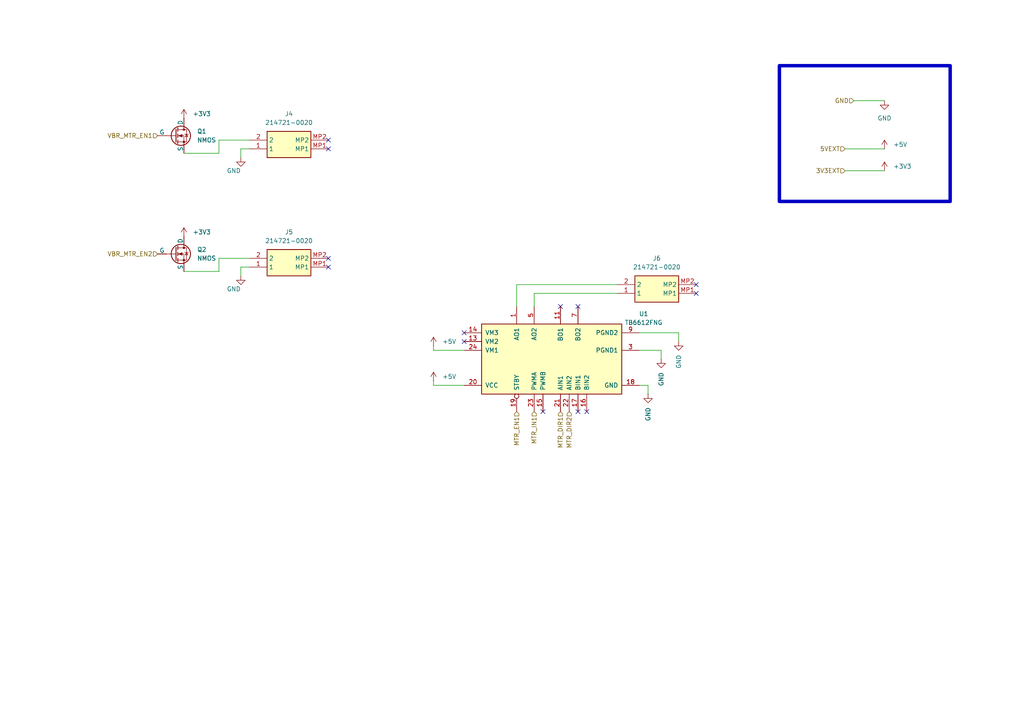
<source format=kicad_sch>
(kicad_sch (version 20231120) (generator "eeschema") (generator_version "8.0")
  (paper "A4")
  (lib_symbols
    (symbol "2positionheader:214721-0020"
      (property "Reference" "J" (at 19.05 7.62 0))
      (property "Value" "214721-0020" (at 19.05 5.08 0))
      (symbol "214721-0020_1_1"
        (rectangle (start 5.08 2.54) (end 17.78 -5.08) (stroke (width 0.254)) (fill (type background)))
        (pin passive line (at 22.86 0 180) (length 5.08) (name "1") (number "1"))
        (pin passive line (at 22.86 -2.54 180) (length 5.08) (name "2") (number "2"))
        (pin passive line (at 0 0 0) (length 5.08) (name "MP1") (number "MP1"))
        (pin passive line (at 0 -2.54 0) (length 5.08) (name "MP2") (number "MP2"))
      )
    )
    (symbol "Driver_Motor:TB6612FNG" (pin_names (offset 1.016))
      (property "Reference" "U" (at 11.43 17.78 0))
      (property "Value" "TB6612FNG" (at 11.43 15.24 0))
      (symbol "TB6612FNG_0_1"
        (rectangle (start -10.16 20.32) (end 10.16 -20.32) (stroke (width 0.254)) (fill (type background)))
      )
      (symbol "TB6612FNG_1_1"
        (pin output line (at 15.24 10.16 180) (length 5.08) (name "AO1") (number "1"))
        (pin passive line (at 7.62 -25.4 90) (length 5.08) hide (name "PGND2") (number "10"))
        (pin output line (at 15.24 -2.54 180) (length 5.08) (name "BO1") (number "11"))
        (pin passive line (at 15.24 -2.54 180) (length 5.08) hide (name "BO1") (number "12"))
        (pin power_in line (at 5.08 25.4 270) (length 5.08) (name "VM2") (number "13"))
        (pin power_in line (at 7.62 25.4 270) (length 5.08) (name "VM3") (number "14"))
        (pin input line (at -15.24 2.54 0) (length 5.08) (name "PWMB") (number "15"))
        (pin input line (at -15.24 -10.16 0) (length 5.08) (name "BIN2") (number "16"))
        (pin input line (at -15.24 -7.62 0) (length 5.08) (name "BIN1") (number "17"))
        (pin power_in line (at -7.62 -25.4 90) (length 5.08) (name "GND") (number "18"))
        (pin input inverted (at -15.24 10.16 0) (length 5.08) (name "STBY") (number "19"))
        (pin passive line (at 15.24 10.16 180) (length 5.08) hide (name "AO1") (number "2"))
        (pin power_in line (at -7.62 25.4 270) (length 5.08) (name "VCC") (number "20"))
        (pin input line (at -15.24 -2.54 0) (length 5.08) (name "AIN1") (number "21"))
        (pin input line (at -15.24 -5.08 0) (length 5.08) (name "AIN2") (number "22"))
        (pin input line (at -15.24 5.08 0) (length 5.08) (name "PWMA") (number "23"))
        (pin power_in line (at 2.54 25.4 270) (length 5.08) (name "VM1") (number "24"))
        (pin power_in line (at 2.54 -25.4 90) (length 5.08) (name "PGND1") (number "3"))
        (pin passive line (at 2.54 -25.4 90) (length 5.08) hide (name "PGND1") (number "4"))
        (pin output line (at 15.24 5.08 180) (length 5.08) (name "AO2") (number "5"))
        (pin passive line (at 15.24 5.08 180) (length 5.08) hide (name "AO2") (number "6"))
        (pin output line (at 15.24 -7.62 180) (length 5.08) (name "BO2") (number "7"))
        (pin passive line (at 15.24 -7.62 180) (length 5.08) hide (name "BO2") (number "8"))
        (pin power_in line (at 7.62 -25.4 90) (length 5.08) (name "PGND2") (number "9"))
      )
    )
    (symbol "Simulation_SPICE:NMOS" (pin_numbers hide) (pin_names (offset 0))
      (property "Reference" "Q" (at 5.08 1.27 0))
      (property "Value" "NMOS" (at 5.08 -1.27 0))
      (symbol "NMOS_0_1"
        (polyline (pts (xy 0.254 0) (xy -2.54 0)))
        (polyline (pts (xy 0.254 1.905) (xy 0.254 -1.905)) (stroke (width 0.254)))
        (polyline (pts (xy 0.762 -1.27) (xy 0.762 -2.286)) (stroke (width 0.254)))
        (polyline (pts (xy 0.762 0.508) (xy 0.762 -0.508)) (stroke (width 0.254)))
        (polyline (pts (xy 0.762 2.286) (xy 0.762 1.27)) (stroke (width 0.254)))
        (polyline (pts (xy 2.54 2.54) (xy 2.54 1.778)))
        (polyline (pts (xy 2.54 -2.54) (xy 2.54 0) (xy 0.762 0)))
        (polyline (pts (xy 0.762 -1.778) (xy 3.302 -1.778) (xy 3.302 1.778) (xy 0.762 1.778)))
        (polyline (pts (xy 1.016 0) (xy 2.032 0.381) (xy 2.032 -0.381) (xy 1.016 0)) (fill (type outline)))
        (polyline (pts (xy 2.794 0.508) (xy 2.921 0.381) (xy 3.683 0.381) (xy 3.81 0.254)))
        (polyline (pts (xy 3.302 0.381) (xy 2.921 -0.254) (xy 3.683 -0.254) (xy 3.302 0.381)))
        (circle (center 1.651 0) (radius 2.794) (stroke (width 0.254)))
        (circle (center 2.54 -1.778) (radius 0.254) (fill (type outline)))
        (circle (center 2.54 1.778) (radius 0.254) (fill (type outline)))
      )
      (symbol "NMOS_1_1"
        (pin passive line (at 2.54 5.08 270) (length 2.54) (name "D") (number "1"))
        (pin input line (at -5.08 0 0) (length 2.54) (name "G") (number "2"))
        (pin passive line (at 2.54 -5.08 90) (length 2.54) (name "S") (number "3"))
      )
    )
    (symbol "power:+3V3" (power) (pin_numbers hide) (pin_names (offset 0) hide)
      (property "Value" "+3V3" (at 0 3.556 0))
      (symbol "+3V3_0_1"
        (polyline (pts (xy -0.762 1.27) (xy 0 2.54)))
        (polyline (pts (xy 0 0) (xy 0 2.54)))
        (polyline (pts (xy 0 2.54) (xy 0.762 1.27)))
      )
      (symbol "+3V3_1_1"
        (pin power_in line (at 0 0 90) (length 0) (name "~") (number "1"))
      )
    )
    (symbol "power:+5V" (power) (pin_numbers hide) (pin_names (offset 0) hide)
      (property "Value" "+5V" (at 0 3.556 0))
      (symbol "+5V_0_1"
        (polyline (pts (xy -0.762 1.27) (xy 0 2.54)))
        (polyline (pts (xy 0 0) (xy 0 2.54)))
        (polyline (pts (xy 0 2.54) (xy 0.762 1.27)))
      )
      (symbol "+5V_1_1"
        (pin power_in line (at 0 0 90) (length 0) (name "~") (number "1"))
      )
    )
    (symbol "power:GND" (power) (pin_numbers hide) (pin_names (offset 0) hide)
      (property "Value" "GND" (at 0 -3.81 0))
      (symbol "GND_0_1"
        (polyline (pts (xy 0 0) (xy 0 -1.27) (xy 1.27 -1.27) (xy 0 -2.54) (xy -1.27 -1.27) (xy 0 -1.27)))
      )
      (symbol "GND_1_1"
        (pin power_in line (at 0 0 270) (length 0) (name "~") (number "1"))
      )
    )
  )
  (no_connect (at 162.56 88.9))
  (no_connect (at 201.93 85.09))
  (no_connect (at 170.18 119.38))
  (no_connect (at 95.25 77.47))
  (no_connect (at 201.93 82.55))
  (no_connect (at 134.62 96.52))
  (no_connect (at 95.25 40.64))
  (no_connect (at 167.64 119.38))
  (no_connect (at 157.48 119.38))
  (no_connect (at 167.64 88.9))
  (no_connect (at 95.25 74.93))
  (no_connect (at 134.62 99.06))
  (no_connect (at 95.25 43.18))
  (wire (pts (xy 53.34 44.45) (xy 63.5 44.45)))
  (wire (pts (xy 191.77 101.6) (xy 191.77 104.14)))
  (wire (pts (xy 125.73 111.76) (xy 134.62 111.76)))
  (wire (pts (xy 256.54 49.53) (xy 245.11 49.53)))
  (wire (pts (xy 69.85 77.47) (xy 69.85 80.01)))
  (wire (pts (xy 154.94 85.09) (xy 179.07 85.09)))
  (wire (pts (xy 185.42 96.52) (xy 196.85 96.52)))
  (wire (pts (xy 185.42 101.6) (xy 191.77 101.6)))
  (wire (pts (xy 256.54 43.18) (xy 245.11 43.18)))
  (wire (pts (xy 196.85 96.52) (xy 196.85 99.06)))
  (wire (pts (xy 256.54 29.21) (xy 247.65 29.21)))
  (wire (pts (xy 53.34 78.74) (xy 63.5 78.74)))
  (wire (pts (xy 125.73 101.6) (xy 134.62 101.6)))
  (wire (pts (xy 187.96 111.76) (xy 187.96 114.3)))
  (wire (pts (xy 63.5 44.45) (xy 63.5 40.64)))
  (wire (pts (xy 63.5 78.74) (xy 63.5 74.93)))
  (wire (pts (xy 72.39 43.18) (xy 69.85 43.18)))
  (wire (pts (xy 149.86 82.55) (xy 179.07 82.55)))
  (wire (pts (xy 63.5 40.64) (xy 72.39 40.64)))
  (wire (pts (xy 154.94 88.9) (xy 154.94 85.09)))
  (wire (pts (xy 185.42 111.76) (xy 187.96 111.76)))
  (wire (pts (xy 69.85 43.18) (xy 69.85 45.72)))
  (wire (pts (xy 125.73 100.33) (xy 125.73 101.6)))
  (wire (pts (xy 72.39 77.47) (xy 69.85 77.47)))
  (wire (pts (xy 125.73 110.49) (xy 125.73 111.76)))
  (wire (pts (xy 63.5 74.93) (xy 72.39 74.93)))
  (wire (pts (xy 149.86 88.9) (xy 149.86 82.55)))
  (rectangle (start 226.06 19.05) (end 275.59 58.42) (stroke (width 1)))
  (hierarchical_label "MTR_DIR2" (shape input) (at 165.1 119.38 270))
  (hierarchical_label "VBR_MTR_EN1" (shape input) (at 45.72 39.37 180))
  (hierarchical_label "VBR_MTR_EN2" (shape input) (at 45.72 73.66 180))
  (hierarchical_label "MTR_EN1" (shape input) (at 149.86 119.38 270))
  (hierarchical_label "GND" (shape input) (at 247.65 29.21 180))
  (hierarchical_label "MTR_IN1" (shape input) (at 154.94 119.38 270))
  (hierarchical_label "MTR_DIR1" (shape input) (at 162.56 119.38 270))
  (hierarchical_label "3V3EXT" (shape input) (at 245.11 49.53 180))
  (hierarchical_label "5VEXT" (shape input) (at 245.11 43.18 180))
  (symbol (lib_id "power:GND") (at 187.96 114.3 0) (unit 1)
    (property "Reference" "#PWR019" (effects (hide yes)))
    (property "Value" "GND" (at 187.9601 118.11 90) (effects (justify right)))
    (property "Description" "Power symbol creates a global label with name \"GND\" , ground" (effects (hide yes)))
  )
  (symbol (lib_id "power:GND") (at 69.85 45.72 0) (unit 1)
    (property "Reference" "#PWR01" (effects (hide yes)))
    (property "Value" "GND" (at 69.8501 49.53 0) (effects (justify right)))
    (property "Description" "Power symbol creates a global label with name \"GND\" , ground" (effects (hide yes)))
  )
  (symbol (lib_id "power:+5V") (at 125.73 100.33 0) (unit 1)
    (property "Reference" "#PWR042" (effects (hide yes)))
    (property "Value" "+5V" (at 128.27 99.0599 0) (effects (justify left)))
    (property "Description" "Power symbol creates a global label with name \"+5V\"" (effects (hide yes)))
  )
  (symbol (lib_id "power:GND") (at 256.54 29.21 0) (unit 1)
    (property "Reference" "#PWR018" (effects (hide yes)))
    (property "Value" "GND" (at 256.54 34.29 0))
    (property "Description" "Power symbol creates a global label with name \"GND\" , ground" (effects (hide yes)))
  )
  (symbol (lib_id "power:+3V3") (at 256.54 49.53 0) (unit 1)
    (property "Reference" "#PWR041" (effects (hide yes)))
    (property "Value" "+3V3" (at 259.08 48.2599 0) (effects (justify left)))
    (property "Description" "Power symbol creates a global label with name \"+3V3\"" (effects (hide yes)))
  )
  (symbol (lib_id "power:+3V3") (at 53.34 34.29 0) (unit 1)
    (property "Reference" "#PWR034" (effects (hide yes)))
    (property "Value" "+3V3" (at 55.88 33.0199 0) (effects (justify left)))
    (property "Description" "Power symbol creates a global label with name \"+3V3\"" (effects (hide yes)))
  )
  (symbol (lib_id "power:+3V3") (at 53.34 68.58 0) (unit 1)
    (property "Reference" "#PWR040" (effects (hide yes)))
    (property "Value" "+3V3" (at 55.88 67.3099 0) (effects (justify left)))
    (property "Description" "Power symbol creates a global label with name \"+3V3\"" (effects (hide yes)))
  )
  (symbol (lib_id "power:GND") (at 191.77 104.14 0) (unit 1)
    (property "Reference" "#PWR020" (effects (hide yes)))
    (property "Value" "GND" (at 191.7701 107.95 90) (effects (justify right)))
    (property "Description" "Power symbol creates a global label with name \"GND\" , ground" (effects (hide yes)))
  )
  (symbol (lib_id "Simulation_SPICE:NMOS") (at 50.8 73.66 0) (unit 1)
    (property "Reference" "Q2" (at 57.15 72.3899 0) (effects (justify left)))
    (property "Value" "NMOS" (at 57.15 74.9299 0) (effects (justify left)))
    (property "Footprint" "Transistor_Power:GaN_Systems_GaNPX-3_5x6.6mm_Drain3.76x0.6mm" (effects (hide yes)))
    (property "Datasheet" "https://ngspice.sourceforge.io/docs/ngspice-html-manual/manual.xhtml#cha_MOSFETs" (effects (hide yes)))
    (property "Description" "N-MOSFET transistor, drain/source/gate" (effects (hide yes)))
    (property "Sim.Device" "NMOS" (effects (hide yes)))
    (property "Sim.Type" "VDMOS" (effects (hide yes)))
    (property "Sim.Pins" "1=D 2=G 3=S" (effects (hide yes)))
  )
  (symbol (lib_id "power:+5V") (at 256.54 43.18 0) (unit 1)
    (property "Reference" "#PWR024" (effects (hide yes)))
    (property "Value" "+5V" (at 259.08 41.9099 0) (effects (justify left)))
    (property "Description" "Power symbol creates a global label with name \"+5V\"" (effects (hide yes)))
  )
  (symbol (lib_id "Simulation_SPICE:NMOS") (at 50.8 39.37 0) (unit 1)
    (property "Reference" "Q1" (at 57.15 38.0999 0) (effects (justify left)))
    (property "Value" "NMOS" (at 57.15 40.6399 0) (effects (justify left)))
    (property "Footprint" "Transistor_Power:GaN_Systems_GaNPX-3_5x6.6mm_Drain3.76x0.6mm" (effects (hide yes)))
    (property "Datasheet" "https://ngspice.sourceforge.io/docs/ngspice-html-manual/manual.xhtml#cha_MOSFETs" (effects (hide yes)))
    (property "Description" "N-MOSFET transistor, drain/source/gate" (effects (hide yes)))
    (property "Sim.Device" "NMOS" (effects (hide yes)))
    (property "Sim.Type" "VDMOS" (effects (hide yes)))
    (property "Sim.Pins" "1=D 2=G 3=S" (effects (hide yes)))
  )
  (symbol (lib_id "power:GND") (at 196.85 99.06 0) (unit 1)
    (property "Reference" "#PWR021" (effects (hide yes)))
    (property "Value" "GND" (at 196.8501 102.87 90) (effects (justify right)))
    (property "Description" "Power symbol creates a global label with name \"GND\" , ground" (effects (hide yes)))
  )
  (symbol (lib_id "2positionheader:214721-0020") (at 95.25 77.47 180) (unit 1)
    (property "Reference" "J5" (at 83.82 67.31 0))
    (property "Value" "214721-0020" (at 83.82 69.85 0))
    (property "Footprint" "Footprints:2positionheader" (effects (hide yes)))
    (property "Datasheet" "https://www.molex.com/pdm_docs/sd/2147210020_sd.pdf" (effects (hide yes)))
    (property "Description" "Headers & Wire Housings Header, 0.80mm Pitch 2 Circuits Reel" (effects (hide yes)))
    (property "Height" "1.8" (effects (hide yes)))
    (property "Mouser Part Number" "538-214721-0020" (effects (hide yes)))
    (property "Mouser Price/Stock" "https://www.mouser.co.uk/ProductDetail/Molex/214721-0020?qs=MyNHzdoqoQJuaxNu%2FSk2cw%3D%3D" (effects (hide yes)))
    (property "Manufacturer_Name" "Molex" (effects (hide yes)))
    (property "Manufacturer_Part_Number" "214721-0020" (effects (hide yes)))
  )
  (symbol (lib_id "power:+5V") (at 125.73 110.49 0) (unit 1)
    (property "Reference" "#PWR043" (effects (hide yes)))
    (property "Value" "+5V" (at 128.27 109.2199 0) (effects (justify left)))
    (property "Description" "Power symbol creates a global label with name \"+5V\"" (effects (hide yes)))
  )
  (symbol (lib_id "Driver_Motor:TB6612FNG") (at 160.02 104.14 90) (unit 1)
    (property "Reference" "U1" (at 186.69 91.0238 90))
    (property "Value" "TB6612FNG" (at 186.69 93.5638 90))
    (property "Footprint" "Package_SO:SSOP-24_5.3x8.2mm_P0.65mm" (effects (hide yes)))
    (property "Datasheet" "https://toshiba.semicon-storage.com/us/product/linear/motordriver/detail.TB6612FNG.html" (effects (hide yes)))
    (property "Description" "Driver IC for Dual DC motor, SSOP-24" (effects (hide yes)))
  )
  (symbol (lib_id "2positionheader:214721-0020") (at 95.25 43.18 180) (unit 1)
    (property "Reference" "J4" (at 83.82 33.02 0))
    (property "Value" "214721-0020" (at 83.82 35.56 0))
    (property "Footprint" "Footprints:2positionheader" (effects (hide yes)))
    (property "Datasheet" "https://www.molex.com/pdm_docs/sd/2147210020_sd.pdf" (effects (hide yes)))
    (property "Description" "Headers & Wire Housings Header, 0.80mm Pitch 2 Circuits Reel" (effects (hide yes)))
    (property "Height" "1.8" (effects (hide yes)))
    (property "Mouser Part Number" "538-214721-0020" (effects (hide yes)))
    (property "Mouser Price/Stock" "https://www.mouser.co.uk/ProductDetail/Molex/214721-0020?qs=MyNHzdoqoQJuaxNu%2FSk2cw%3D%3D" (effects (hide yes)))
    (property "Manufacturer_Name" "Molex" (effects (hide yes)))
    (property "Manufacturer_Part_Number" "214721-0020" (effects (hide yes)))
  )
  (symbol (lib_id "power:GND") (at 69.85 80.01 0) (unit 1)
    (property "Reference" "#PWR017" (effects (hide yes)))
    (property "Value" "GND" (at 69.8501 83.82 0) (effects (justify right)))
    (property "Description" "Power symbol creates a global label with name \"GND\" , ground" (effects (hide yes)))
  )
  (symbol (lib_id "2positionheader:214721-0020") (at 201.93 85.09 180) (unit 1)
    (property "Reference" "J6" (at 190.5 74.93 0))
    (property "Value" "214721-0020" (at 190.5 77.47 0))
    (property "Footprint" "Footprints:2positionheader" (effects (hide yes)))
    (property "Datasheet" "https://www.molex.com/pdm_docs/sd/2147210020_sd.pdf" (effects (hide yes)))
    (property "Description" "Headers & Wire Housings Header, 0.80mm Pitch 2 Circuits Reel" (effects (hide yes)))
    (property "Height" "1.8" (effects (hide yes)))
    (property "Mouser Part Number" "538-214721-0020" (effects (hide yes)))
    (property "Mouser Price/Stock" "https://www.mouser.co.uk/ProductDetail/Molex/214721-0020?qs=MyNHzdoqoQJuaxNu%2FSk2cw%3D%3D" (effects (hide yes)))
    (property "Manufacturer_Name" "Molex" (effects (hide yes)))
    (property "Manufacturer_Part_Number" "214721-0020" (effects (hide yes)))
  )
)
</source>
